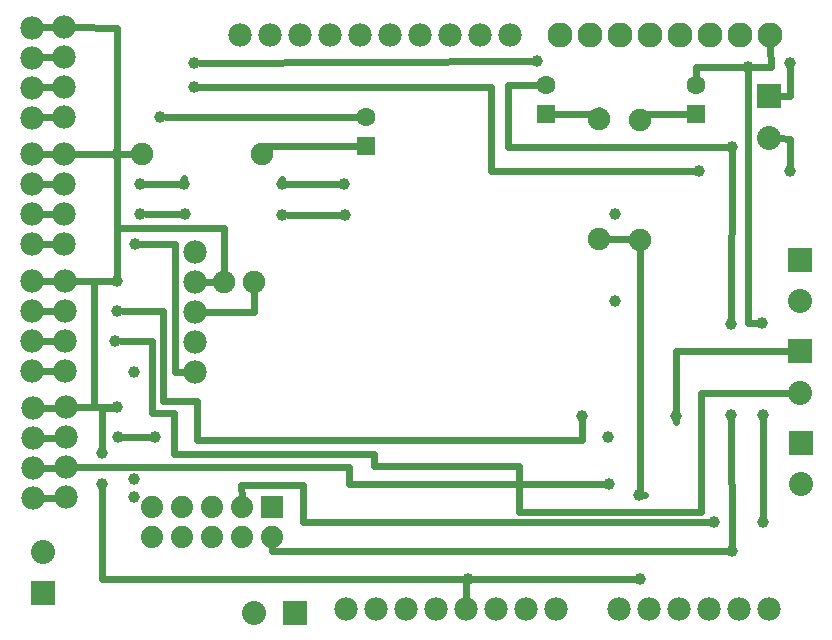
<source format=gtl>
G04 MADE WITH FRITZING*
G04 WWW.FRITZING.ORG*
G04 DOUBLE SIDED*
G04 HOLES PLATED*
G04 CONTOUR ON CENTER OF CONTOUR VECTOR*
%ASAXBY*%
%FSLAX23Y23*%
%MOIN*%
%OFA0B0*%
%SFA1.0B1.0*%
%ADD10C,0.039370*%
%ADD11C,0.078000*%
%ADD12C,0.083307*%
%ADD13C,0.074000*%
%ADD14C,0.080000*%
%ADD15C,0.062992*%
%ADD16C,0.075000*%
%ADD17R,0.074000X0.074000*%
%ADD18R,0.080000X0.080000*%
%ADD19R,0.062992X0.062992*%
%ADD20C,0.024000*%
%LNCOPPER1*%
G90*
G70*
G54D10*
X484Y1740D03*
X2080Y480D03*
X1740Y1927D03*
X395Y534D03*
X2331Y390D03*
X2443Y1907D03*
X2582Y1921D03*
X596Y1921D03*
X2584Y1560D03*
X2279Y1562D03*
X595Y1840D03*
X1980Y517D03*
X1978Y674D03*
X468Y674D03*
X343Y674D03*
X289Y621D03*
X291Y519D03*
X399Y1318D03*
X395Y890D03*
X415Y1519D03*
X564Y1518D03*
X891Y1517D03*
X1095Y1519D03*
X2000Y1127D03*
X2000Y1418D03*
X1099Y1416D03*
X891Y1416D03*
X566Y1418D03*
X416Y1419D03*
X2204Y744D03*
X1890Y744D03*
X340Y1095D03*
X334Y995D03*
G54D11*
X2512Y100D03*
X2412Y100D03*
X2312Y100D03*
X2212Y100D03*
X2112Y100D03*
X2012Y100D03*
X1802Y101D03*
X1702Y101D03*
X1602Y101D03*
X1502Y101D03*
X1402Y101D03*
X1302Y101D03*
X1202Y101D03*
X1102Y101D03*
G54D12*
X2518Y2014D03*
X2418Y2014D03*
X2318Y2014D03*
X2218Y2014D03*
X2118Y2014D03*
X2018Y2014D03*
X1918Y2014D03*
X1818Y2014D03*
G54D11*
X1650Y2014D03*
X1550Y2014D03*
X1450Y2014D03*
X1350Y2014D03*
X1250Y2014D03*
X1150Y2014D03*
X1050Y2014D03*
X950Y2014D03*
X850Y2014D03*
X750Y2014D03*
G54D13*
X857Y341D03*
X757Y341D03*
X657Y341D03*
X557Y341D03*
X457Y341D03*
X857Y441D03*
X757Y441D03*
X657Y441D03*
X557Y441D03*
X457Y441D03*
G54D14*
X2619Y656D03*
X2619Y518D03*
G54D11*
X167Y1196D03*
X167Y1096D03*
X167Y996D03*
X167Y896D03*
X59Y772D03*
X59Y672D03*
X59Y572D03*
X59Y472D03*
X169Y774D03*
X169Y674D03*
X169Y574D03*
X169Y474D03*
X57Y1194D03*
X57Y1094D03*
X57Y994D03*
X57Y894D03*
X164Y1618D03*
X164Y1518D03*
X164Y1418D03*
X164Y1318D03*
X55Y1617D03*
X55Y1517D03*
X55Y1417D03*
X55Y1317D03*
X164Y2041D03*
X164Y1941D03*
X164Y1841D03*
X164Y1741D03*
X55Y2039D03*
X55Y1939D03*
X55Y1839D03*
X55Y1739D03*
G54D10*
X396Y474D03*
X339Y1196D03*
X339Y1618D03*
X339Y774D03*
G54D14*
X934Y89D03*
X796Y89D03*
X92Y154D03*
X92Y292D03*
X2514Y1810D03*
X2514Y1672D03*
X2616Y1265D03*
X2616Y1127D03*
X2616Y961D03*
X2616Y823D03*
G54D10*
X1509Y202D03*
G54D15*
X2270Y1750D03*
X2270Y1849D03*
X1170Y1644D03*
X1170Y1742D03*
X1770Y1750D03*
X1770Y1848D03*
G54D16*
X424Y1618D03*
X824Y1618D03*
X2082Y1330D03*
X2082Y1730D03*
X1947Y1335D03*
X1947Y1735D03*
G54D10*
X2082Y202D03*
X2390Y1642D03*
X2389Y294D03*
X2494Y390D03*
X2386Y748D03*
X2494Y748D03*
X2386Y1052D03*
X2491Y1055D03*
G54D11*
X600Y1290D03*
X600Y1190D03*
X600Y1090D03*
X600Y990D03*
X600Y890D03*
G54D16*
X695Y1193D03*
X795Y1193D03*
G54D17*
X857Y441D03*
G54D18*
X2619Y656D03*
X934Y89D03*
X92Y154D03*
X2514Y1810D03*
X2616Y1265D03*
X2616Y961D03*
G54D19*
X2270Y1750D03*
X1170Y1644D03*
X1770Y1750D03*
G54D20*
X824Y1644D02*
X1143Y1644D01*
D02*
X503Y1740D02*
X1143Y1742D01*
D02*
X358Y1618D02*
X395Y1618D01*
D02*
X824Y1646D02*
X824Y1644D01*
D02*
X615Y1921D02*
X1721Y1927D01*
D02*
X2082Y480D02*
X2099Y480D01*
D02*
X2082Y1301D02*
X2082Y480D01*
D02*
X2312Y390D02*
X960Y390D01*
D02*
X960Y390D02*
X960Y514D01*
D02*
X960Y514D02*
X753Y514D01*
D02*
X753Y514D02*
X755Y472D01*
D02*
X857Y294D02*
X2370Y294D01*
D02*
X857Y310D02*
X857Y294D01*
D02*
X455Y995D02*
X353Y995D01*
D02*
X455Y756D02*
X455Y995D01*
D02*
X529Y756D02*
X455Y756D01*
D02*
X529Y617D02*
X529Y756D01*
D02*
X1197Y617D02*
X529Y617D01*
D02*
X1679Y425D02*
X1679Y579D01*
D02*
X1679Y579D02*
X1197Y579D01*
D02*
X1197Y579D02*
X1197Y617D01*
D02*
X2286Y425D02*
X1679Y425D01*
D02*
X2286Y823D02*
X2286Y425D01*
D02*
X291Y500D02*
X289Y202D01*
D02*
X289Y202D02*
X339Y202D01*
D02*
X289Y773D02*
X289Y640D01*
D02*
X1962Y517D02*
X1112Y518D01*
D02*
X1112Y518D02*
X1112Y574D01*
D02*
X1112Y574D02*
X199Y574D01*
D02*
X2585Y823D02*
X2286Y823D01*
D02*
X2270Y1907D02*
X2270Y1876D01*
D02*
X2424Y1907D02*
X2270Y1907D01*
D02*
X2443Y1055D02*
X2443Y1583D01*
D02*
X2472Y1055D02*
X2443Y1055D01*
D02*
X2443Y1583D02*
X2443Y1888D01*
D02*
X2461Y1907D02*
X2519Y1907D01*
D02*
X2519Y1907D02*
X2518Y1981D01*
D02*
X2494Y409D02*
X2494Y729D01*
D02*
X339Y202D02*
X1490Y202D01*
D02*
X320Y773D02*
X289Y773D01*
D02*
X1890Y666D02*
X606Y666D01*
D02*
X1890Y725D02*
X1890Y666D01*
D02*
X492Y1095D02*
X359Y1095D01*
D02*
X492Y796D02*
X492Y1095D01*
D02*
X606Y796D02*
X492Y796D01*
D02*
X606Y666D02*
X606Y796D01*
D02*
X2204Y743D02*
X2204Y725D01*
D02*
X2204Y961D02*
X2204Y743D01*
D02*
X564Y1519D02*
X564Y1537D01*
D02*
X434Y1519D02*
X564Y1519D01*
D02*
X449Y674D02*
X361Y674D01*
D02*
X1588Y1840D02*
X614Y1840D01*
D02*
X1588Y1562D02*
X1588Y1840D01*
D02*
X2260Y1562D02*
X1588Y1562D01*
D02*
X2582Y1668D02*
X2583Y1579D01*
D02*
X2582Y1811D02*
X2582Y1902D01*
D02*
X2546Y1810D02*
X2582Y1811D01*
D02*
X2546Y1670D02*
X2582Y1668D01*
D02*
X2585Y961D02*
X2204Y961D01*
D02*
X435Y1419D02*
X547Y1418D01*
D02*
X910Y1416D02*
X1080Y1416D01*
D02*
X891Y1519D02*
X1076Y1519D01*
D02*
X891Y1536D02*
X891Y1519D01*
D02*
X137Y1095D02*
X87Y1095D01*
D02*
X137Y995D02*
X87Y995D01*
D02*
X137Y895D02*
X87Y895D01*
D02*
X139Y473D02*
X89Y473D01*
D02*
X139Y573D02*
X89Y573D01*
D02*
X139Y673D02*
X89Y673D01*
D02*
X139Y773D02*
X89Y773D01*
D02*
X134Y2041D02*
X85Y2040D01*
D02*
X134Y1941D02*
X85Y1940D01*
D02*
X134Y1841D02*
X85Y1840D01*
D02*
X134Y1741D02*
X85Y1740D01*
D02*
X134Y1618D02*
X85Y1617D01*
D02*
X134Y1518D02*
X85Y1517D01*
D02*
X134Y1418D02*
X85Y1417D01*
D02*
X134Y1318D02*
X85Y1317D01*
D02*
X137Y1195D02*
X87Y1195D01*
D02*
X1502Y202D02*
X1502Y131D01*
D02*
X1490Y202D02*
X1502Y202D01*
D02*
X339Y2038D02*
X339Y1637D01*
D02*
X194Y2040D02*
X339Y2038D01*
D02*
X320Y1618D02*
X194Y1618D01*
D02*
X339Y1215D02*
X339Y1599D01*
D02*
X320Y1196D02*
X264Y1196D01*
D02*
X264Y1196D02*
X264Y1157D01*
D02*
X264Y1157D02*
X264Y847D01*
D02*
X264Y847D02*
X264Y774D01*
D02*
X264Y774D02*
X320Y774D01*
D02*
X320Y774D02*
X199Y774D01*
D02*
X197Y1196D02*
X320Y1196D01*
D02*
X1947Y1750D02*
X1797Y1750D01*
D02*
X1947Y1764D02*
X1947Y1750D01*
D02*
X2082Y1750D02*
X2244Y1750D01*
D02*
X2082Y1758D02*
X2082Y1750D01*
D02*
X1975Y1335D02*
X2082Y1335D01*
D02*
X2082Y1335D02*
X2082Y1358D01*
D02*
X2063Y202D02*
X1528Y202D01*
D02*
X1643Y1640D02*
X1643Y1848D01*
D02*
X1643Y1848D02*
X1743Y1848D01*
D02*
X2371Y1642D02*
X1643Y1640D01*
D02*
X2389Y313D02*
X2387Y729D01*
D02*
X2387Y1071D02*
X2390Y1624D01*
D02*
X534Y890D02*
X570Y890D01*
D02*
X418Y1318D02*
X534Y1318D01*
D02*
X534Y1318D02*
X534Y890D01*
D02*
X666Y1192D02*
X630Y1191D01*
D02*
X339Y1371D02*
X695Y1371D01*
D02*
X695Y1371D02*
X695Y1221D01*
D02*
X339Y1215D02*
X339Y1371D01*
D02*
X795Y1164D02*
X795Y1090D01*
D02*
X795Y1090D02*
X630Y1090D01*
G04 End of Copper1*
M02*
</source>
